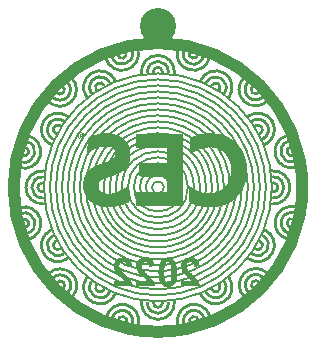
<source format=gbl>
G04*
G04 #@! TF.GenerationSoftware,Altium Limited,Altium Designer,21.7.2 (23)*
G04*
G04 Layer_Physical_Order=2*
G04 Layer_Color=16711680*
%FSLAX25Y25*%
%MOIN*%
G70*
G04*
G04 #@! TF.SameCoordinates,2F9D9F62-0F19-4060-BA45-97F595866B8D*
G04*
G04*
G04 #@! TF.FilePolarity,Positive*
G04*
G01*
G75*
%ADD10C,0.01000*%
%ADD12C,0.12000*%
%ADD13C,0.00800*%
%ADD14C,0.04000*%
G36*
X286726Y385239D02*
X286933D01*
Y385187D01*
X286985D01*
Y385135D01*
X287089D01*
Y385083D01*
X287193D01*
Y385031D01*
X287245D01*
Y384979D01*
X287297D01*
Y384927D01*
X287349D01*
Y384823D01*
X287401D01*
Y384771D01*
X287453D01*
Y384719D01*
X287505D01*
Y384563D01*
X287557D01*
Y384459D01*
X287609D01*
Y383836D01*
X287557D01*
Y383680D01*
X287505D01*
Y383576D01*
X287453D01*
Y383524D01*
X287401D01*
Y383472D01*
X287349D01*
Y383368D01*
X287297D01*
Y383316D01*
X287245D01*
Y383264D01*
X287193D01*
Y383212D01*
X287089D01*
Y383160D01*
X287037D01*
Y383108D01*
X286933D01*
Y383056D01*
X286829D01*
Y383004D01*
X286570D01*
Y382952D01*
X286206D01*
Y383004D01*
X285946D01*
Y383056D01*
X285894D01*
Y383108D01*
X285790D01*
Y383160D01*
X285738D01*
Y383212D01*
X285686D01*
Y383264D01*
X285634D01*
Y383316D01*
X285582D01*
Y383368D01*
X285530D01*
Y383420D01*
X285478D01*
Y383524D01*
X285426D01*
Y383628D01*
X285374D01*
Y383784D01*
X285322D01*
Y384355D01*
X285374D01*
Y384563D01*
X285426D01*
Y384667D01*
X285478D01*
Y384771D01*
X285530D01*
Y384823D01*
X285582D01*
Y384875D01*
X285634D01*
Y384979D01*
X285686D01*
Y385031D01*
X285738D01*
Y385083D01*
X285842D01*
Y385135D01*
X285946D01*
Y385187D01*
X285998D01*
Y385239D01*
X286154D01*
Y385291D01*
X286726D01*
Y385239D01*
D02*
G37*
G36*
X294990Y385031D02*
X295821D01*
Y384979D01*
X296393D01*
Y384927D01*
X296601D01*
Y384875D01*
X297017D01*
Y384823D01*
X297173D01*
Y384771D01*
X297432D01*
Y384719D01*
X297640D01*
Y384667D01*
X297796D01*
Y384615D01*
X298004D01*
Y384563D01*
X298108D01*
Y384511D01*
X298316D01*
Y384459D01*
X298420D01*
Y384407D01*
X298576D01*
Y384355D01*
X298732D01*
Y384303D01*
X298784D01*
Y384252D01*
X298940D01*
Y384200D01*
X299044D01*
Y384148D01*
X299148D01*
Y384096D01*
X299304D01*
Y384044D01*
X299356D01*
Y383992D01*
X299511D01*
Y383940D01*
X299563D01*
Y383888D01*
X299667D01*
Y383836D01*
X299719D01*
Y383784D01*
X299823D01*
Y383732D01*
X299927D01*
Y383680D01*
X299979D01*
Y383628D01*
X300083D01*
Y383576D01*
X300135D01*
Y383524D01*
X300239D01*
Y383472D01*
X300291D01*
Y383420D01*
X300343D01*
Y383368D01*
X300447D01*
Y383316D01*
X300499D01*
Y383264D01*
X300551D01*
Y383212D01*
X300603D01*
Y383160D01*
X300655D01*
Y383108D01*
X300707D01*
Y383056D01*
X300759D01*
Y383004D01*
X300863D01*
Y382952D01*
X300915D01*
Y382900D01*
X300967D01*
Y382848D01*
X301019D01*
Y382796D01*
X301071D01*
Y382692D01*
X301123D01*
Y382640D01*
X301175D01*
Y382588D01*
X301227D01*
Y382536D01*
X301279D01*
Y382484D01*
X301331D01*
Y382381D01*
X301434D01*
Y382277D01*
X301486D01*
Y382224D01*
X301538D01*
Y382121D01*
X301590D01*
Y382069D01*
X301642D01*
Y381965D01*
X301694D01*
Y381913D01*
X301746D01*
Y381861D01*
X301798D01*
Y381757D01*
X301850D01*
Y381653D01*
X301902D01*
Y381601D01*
X301954D01*
Y381497D01*
X302006D01*
Y381445D01*
X302058D01*
Y381289D01*
X302110D01*
Y381237D01*
X302162D01*
Y381133D01*
X302214D01*
Y381029D01*
X302266D01*
Y380925D01*
X302318D01*
Y380769D01*
X302370D01*
Y380717D01*
X302422D01*
Y380509D01*
X302474D01*
Y380353D01*
X302526D01*
Y380250D01*
X302578D01*
Y379990D01*
X302630D01*
Y379834D01*
X302682D01*
Y379522D01*
X302734D01*
Y379210D01*
X302786D01*
Y378586D01*
X302838D01*
Y377495D01*
X302786D01*
Y376819D01*
X302734D01*
Y376455D01*
X302682D01*
Y376040D01*
X302630D01*
Y375884D01*
X302578D01*
Y375572D01*
X302526D01*
Y375468D01*
X302474D01*
Y375260D01*
X302422D01*
Y375104D01*
X302370D01*
Y375000D01*
X302318D01*
Y374792D01*
X302266D01*
Y374740D01*
X302214D01*
Y374584D01*
X302162D01*
Y374480D01*
X302110D01*
Y374428D01*
X302058D01*
Y374272D01*
X302006D01*
Y374220D01*
X301954D01*
Y374116D01*
X301902D01*
Y374012D01*
X301850D01*
Y373960D01*
X301798D01*
Y373857D01*
X301746D01*
Y373805D01*
X301694D01*
Y373701D01*
X301642D01*
Y373649D01*
X301590D01*
Y373597D01*
X301538D01*
Y373545D01*
X301486D01*
Y373493D01*
X301434D01*
Y373389D01*
X301382D01*
Y373337D01*
X301331D01*
Y373285D01*
X301279D01*
Y373233D01*
X301227D01*
Y373181D01*
X301175D01*
Y373129D01*
X301123D01*
Y373077D01*
X301071D01*
Y373025D01*
X301019D01*
Y372973D01*
X300967D01*
Y372921D01*
X300915D01*
Y372869D01*
X300863D01*
Y372817D01*
X300811D01*
Y372765D01*
X300707D01*
Y372713D01*
X300655D01*
Y372661D01*
X300603D01*
Y372609D01*
X300551D01*
Y372557D01*
X300447D01*
Y372505D01*
X300395D01*
Y372453D01*
X300343D01*
Y372401D01*
X300239D01*
Y372349D01*
X300187D01*
Y372297D01*
X300083D01*
Y372245D01*
X300031D01*
Y372193D01*
X299927D01*
Y372141D01*
X299823D01*
Y372089D01*
X299771D01*
Y372037D01*
X299667D01*
Y371985D01*
X299563D01*
Y371934D01*
X299460D01*
Y371882D01*
X299356D01*
Y371830D01*
X299304D01*
Y371778D01*
X299148D01*
Y371726D01*
X299096D01*
Y371674D01*
X298940D01*
Y371622D01*
X298836D01*
Y371570D01*
X298732D01*
Y371518D01*
X298576D01*
Y371466D01*
X298524D01*
Y371414D01*
X298368D01*
Y371362D01*
X298264D01*
Y371310D01*
X298108D01*
Y371258D01*
X297952D01*
Y371206D01*
X297848D01*
Y371154D01*
X297692D01*
Y371102D01*
X297588D01*
Y371050D01*
X297432D01*
Y370998D01*
X297276D01*
Y370946D01*
X297121D01*
Y370894D01*
X296965D01*
Y370842D01*
X296861D01*
Y370790D01*
X296653D01*
Y370738D01*
X296497D01*
Y370686D01*
X296341D01*
Y370634D01*
X296133D01*
Y370582D01*
X296029D01*
Y370530D01*
X295821D01*
Y370478D01*
X295717D01*
Y370426D01*
X295561D01*
Y370374D01*
X295405D01*
Y370322D01*
X295302D01*
Y370270D01*
X295094D01*
Y370218D01*
X294990D01*
Y370166D01*
X294834D01*
Y370114D01*
X294730D01*
Y370062D01*
X294574D01*
Y370010D01*
X294418D01*
Y369958D01*
X294366D01*
Y369906D01*
X294158D01*
Y369854D01*
X294106D01*
Y369802D01*
X293950D01*
Y369750D01*
X293846D01*
Y369699D01*
X293794D01*
Y369647D01*
X293638D01*
Y369595D01*
X293586D01*
Y369543D01*
X293482D01*
Y369491D01*
X293378D01*
Y369439D01*
X293326D01*
Y369387D01*
X293222D01*
Y369335D01*
X293170D01*
Y369283D01*
X293067D01*
Y369231D01*
X293015D01*
Y369179D01*
X292963D01*
Y369127D01*
X292859D01*
Y369023D01*
X292755D01*
Y368919D01*
X292703D01*
Y368867D01*
X292651D01*
Y368815D01*
X292599D01*
Y368711D01*
X292547D01*
Y368659D01*
X292495D01*
Y368555D01*
X292443D01*
Y368451D01*
X292391D01*
Y368347D01*
X292339D01*
Y368087D01*
X292287D01*
Y367879D01*
X292235D01*
Y366996D01*
X292287D01*
Y366788D01*
X292339D01*
Y366528D01*
X292391D01*
Y366424D01*
X292443D01*
Y366320D01*
X292495D01*
Y366216D01*
X292547D01*
Y366112D01*
X292599D01*
Y366060D01*
X292651D01*
Y366008D01*
X292703D01*
Y365904D01*
X292755D01*
Y365852D01*
X292807D01*
Y365800D01*
X292859D01*
Y365748D01*
X292911D01*
Y365697D01*
X292963D01*
Y365645D01*
X293015D01*
Y365593D01*
X293067D01*
Y365541D01*
X293170D01*
Y365489D01*
X293222D01*
Y365437D01*
X293326D01*
Y365385D01*
X293430D01*
Y365333D01*
X293534D01*
Y365281D01*
X293638D01*
Y365229D01*
X293742D01*
Y365177D01*
X293950D01*
Y365125D01*
X294054D01*
Y365073D01*
X294314D01*
Y365021D01*
X294574D01*
Y364969D01*
X294782D01*
Y364917D01*
X295613D01*
Y364865D01*
X296185D01*
Y364917D01*
X296705D01*
Y364969D01*
X296913D01*
Y365021D01*
X297121D01*
Y365073D01*
X297328D01*
Y365125D01*
X297432D01*
Y365177D01*
X297640D01*
Y365229D01*
X297744D01*
Y365281D01*
X297952D01*
Y365333D01*
X298056D01*
Y365385D01*
X298160D01*
Y365437D01*
X298368D01*
Y365489D01*
X298420D01*
Y365541D01*
X298576D01*
Y365593D01*
X298680D01*
Y365645D01*
X298836D01*
Y365697D01*
X298940D01*
Y365748D01*
X299044D01*
Y365800D01*
X299200D01*
Y365852D01*
X299252D01*
Y365904D01*
X299408D01*
Y365956D01*
X299511D01*
Y366008D01*
X299563D01*
Y366060D01*
X299719D01*
Y366112D01*
X299771D01*
Y366164D01*
X299927D01*
Y366216D01*
X300031D01*
Y366268D01*
X300135D01*
Y366320D01*
X300239D01*
Y366372D01*
X300291D01*
Y366424D01*
X300447D01*
Y366476D01*
X300499D01*
Y366528D01*
X300655D01*
Y366580D01*
X300707D01*
Y366632D01*
X300811D01*
Y366684D01*
X300967D01*
Y366736D01*
X301019D01*
Y366788D01*
X301123D01*
Y366840D01*
X301227D01*
Y366892D01*
X301279D01*
Y366944D01*
X301382D01*
Y366996D01*
X301486D01*
Y367048D01*
X301590D01*
Y367100D01*
X301642D01*
Y367152D01*
X301798D01*
Y367204D01*
X301850D01*
Y367256D01*
X301954D01*
Y367308D01*
X302058D01*
Y367360D01*
X302110D01*
Y367412D01*
X302214D01*
Y367464D01*
X302266D01*
Y367516D01*
X302474D01*
Y362110D01*
X302422D01*
Y362058D01*
X302266D01*
Y362006D01*
X302214D01*
Y361954D01*
X302110D01*
Y361902D01*
X302006D01*
Y361850D01*
X301902D01*
Y361798D01*
X301746D01*
Y361746D01*
X301694D01*
Y361694D01*
X301590D01*
Y361642D01*
X301486D01*
Y361590D01*
X301382D01*
Y361539D01*
X301227D01*
Y361487D01*
X301175D01*
Y361435D01*
X300967D01*
Y361383D01*
X300915D01*
Y361331D01*
X300759D01*
Y361279D01*
X300603D01*
Y361227D01*
X300499D01*
Y361175D01*
X300291D01*
Y361123D01*
X300187D01*
Y361071D01*
X299979D01*
Y361019D01*
X299875D01*
Y360967D01*
X299667D01*
Y360915D01*
X299460D01*
Y360863D01*
X299304D01*
Y360811D01*
X298992D01*
Y360759D01*
X298784D01*
Y360707D01*
X298472D01*
Y360655D01*
X298160D01*
Y360603D01*
X297848D01*
Y360551D01*
X297173D01*
Y360499D01*
X296601D01*
Y360447D01*
X294366D01*
Y360499D01*
X293950D01*
Y360551D01*
X293326D01*
Y360603D01*
X293119D01*
Y360655D01*
X292807D01*
Y360707D01*
X292547D01*
Y360759D01*
X292391D01*
Y360811D01*
X292131D01*
Y360863D01*
X292079D01*
Y360915D01*
X291871D01*
Y360967D01*
X291767D01*
Y361019D01*
X291611D01*
Y361071D01*
X291455D01*
Y361123D01*
X291403D01*
Y361175D01*
X291247D01*
Y361227D01*
X291195D01*
Y361279D01*
X291091D01*
Y361331D01*
X290987D01*
Y361383D01*
X290884D01*
Y361435D01*
X290780D01*
Y361487D01*
X290728D01*
Y361539D01*
X290624D01*
Y361590D01*
X290520D01*
Y361642D01*
X290468D01*
Y361694D01*
X290364D01*
Y361746D01*
X290312D01*
Y361798D01*
X290156D01*
Y361850D01*
X290104D01*
Y361902D01*
X290052D01*
Y361954D01*
X289948D01*
Y362006D01*
X289844D01*
Y362058D01*
X289740D01*
Y362110D01*
X289688D01*
Y362162D01*
X289584D01*
Y362214D01*
X289532D01*
Y362266D01*
X289428D01*
Y362318D01*
X289324D01*
Y362370D01*
X289272D01*
Y362422D01*
X289168D01*
Y362474D01*
X289116D01*
Y362526D01*
X289013D01*
Y362578D01*
X288961D01*
Y362630D01*
X288909D01*
Y362682D01*
X288857D01*
Y362734D01*
X288805D01*
Y362786D01*
X288753D01*
Y362838D01*
X288701D01*
Y362942D01*
X288649D01*
Y363046D01*
X288597D01*
Y363202D01*
X288545D01*
Y363254D01*
X288493D01*
Y363358D01*
X288441D01*
Y363410D01*
X288389D01*
Y363513D01*
X288337D01*
Y363617D01*
X288285D01*
Y363669D01*
X288233D01*
Y363773D01*
X288181D01*
Y363825D01*
X288129D01*
Y363929D01*
X288077D01*
Y364033D01*
X288025D01*
Y364085D01*
X287973D01*
Y364189D01*
X287921D01*
Y364241D01*
X287869D01*
Y364345D01*
X287817D01*
Y364449D01*
X287765D01*
Y364553D01*
X287713D01*
Y364709D01*
X287661D01*
Y364761D01*
X287609D01*
Y364917D01*
X287557D01*
Y364969D01*
X287505D01*
Y365125D01*
X287453D01*
Y365333D01*
X287401D01*
Y365385D01*
X287349D01*
Y365645D01*
X287297D01*
Y365800D01*
X287245D01*
Y366164D01*
X287193D01*
Y366528D01*
X287141D01*
Y368503D01*
X287193D01*
Y368971D01*
X287245D01*
Y369335D01*
X287297D01*
Y369543D01*
X287349D01*
Y369854D01*
X287401D01*
Y369958D01*
X287453D01*
Y370166D01*
X287505D01*
Y370322D01*
X287557D01*
Y370426D01*
X287609D01*
Y370634D01*
X287661D01*
Y370738D01*
X287713D01*
Y370894D01*
X287765D01*
Y370998D01*
X287817D01*
Y371050D01*
X287869D01*
Y371206D01*
X287921D01*
Y371258D01*
X287973D01*
Y371414D01*
X288025D01*
Y371466D01*
X288077D01*
Y371570D01*
X288129D01*
Y371622D01*
X288181D01*
Y371726D01*
X288233D01*
Y371778D01*
X288285D01*
Y371882D01*
X288337D01*
Y371934D01*
X288389D01*
Y371985D01*
X288441D01*
Y372089D01*
X288493D01*
Y372141D01*
X288545D01*
Y372193D01*
X288597D01*
Y372245D01*
X288649D01*
Y372297D01*
X288701D01*
Y372401D01*
X288753D01*
Y372453D01*
X288805D01*
Y372505D01*
X288857D01*
Y372557D01*
X288909D01*
Y372609D01*
X288961D01*
Y372661D01*
X289013D01*
Y372713D01*
X289064D01*
Y372765D01*
X289116D01*
Y372817D01*
X289220D01*
Y372869D01*
X289272D01*
Y372921D01*
X289324D01*
Y372973D01*
X289376D01*
Y373025D01*
X289428D01*
Y373077D01*
X289480D01*
Y373129D01*
X289584D01*
Y373181D01*
X289636D01*
Y373233D01*
X289688D01*
Y373285D01*
X289792D01*
Y373337D01*
X289844D01*
Y373389D01*
X289896D01*
Y373441D01*
X290000D01*
Y373493D01*
X290052D01*
Y373545D01*
X290156D01*
Y373597D01*
X290208D01*
Y373649D01*
X290312D01*
Y373701D01*
X290364D01*
Y373753D01*
X290468D01*
Y373805D01*
X290572D01*
Y373857D01*
X290676D01*
Y373908D01*
X290780D01*
Y373960D01*
X290832D01*
Y374012D01*
X290987D01*
Y374064D01*
X291039D01*
Y374116D01*
X291143D01*
Y374168D01*
X291299D01*
Y374220D01*
X291351D01*
Y374272D01*
X291507D01*
Y374324D01*
X291611D01*
Y374376D01*
X291715D01*
Y374428D01*
X291871D01*
Y374480D01*
X291975D01*
Y374532D01*
X292131D01*
Y374584D01*
X292235D01*
Y374636D01*
X292391D01*
Y374688D01*
X292547D01*
Y374740D01*
X292651D01*
Y374792D01*
X292859D01*
Y374844D01*
X292963D01*
Y374896D01*
X293170D01*
Y374948D01*
X293274D01*
Y375000D01*
X293482D01*
Y375052D01*
X293638D01*
Y375104D01*
X293742D01*
Y375156D01*
X294002D01*
Y375208D01*
X294106D01*
Y375260D01*
X294314D01*
Y375312D01*
X294418D01*
Y375364D01*
X294574D01*
Y375416D01*
X294730D01*
Y375468D01*
X294834D01*
Y375520D01*
X295094D01*
Y375572D01*
X295198D01*
Y375624D01*
X295353D01*
Y375676D01*
X295457D01*
Y375728D01*
X295561D01*
Y375780D01*
X295769D01*
Y375832D01*
X295821D01*
Y375884D01*
X295977D01*
Y375936D01*
X296081D01*
Y375988D01*
X296185D01*
Y376040D01*
X296341D01*
Y376092D01*
X296393D01*
Y376143D01*
X296549D01*
Y376195D01*
X296601D01*
Y376247D01*
X296705D01*
Y376299D01*
X296809D01*
Y376351D01*
X296861D01*
Y376403D01*
X296965D01*
Y376507D01*
X297069D01*
Y376559D01*
X297121D01*
Y376611D01*
X297173D01*
Y376663D01*
X297224D01*
Y376715D01*
X297276D01*
Y376767D01*
X297328D01*
Y376819D01*
X297380D01*
Y376871D01*
X297432D01*
Y376975D01*
X297484D01*
Y377027D01*
X297536D01*
Y377131D01*
X297588D01*
Y377235D01*
X297640D01*
Y377287D01*
X297692D01*
Y377443D01*
X297744D01*
Y377599D01*
X297796D01*
Y377807D01*
X297848D01*
Y378534D01*
X297796D01*
Y378794D01*
X297744D01*
Y378898D01*
X297692D01*
Y379106D01*
X297640D01*
Y379158D01*
X297588D01*
Y379314D01*
X297536D01*
Y379366D01*
X297484D01*
Y379470D01*
X297432D01*
Y379522D01*
X297380D01*
Y379626D01*
X297328D01*
Y379678D01*
X297276D01*
Y379730D01*
X297224D01*
Y379782D01*
X297173D01*
Y379834D01*
X297121D01*
Y379886D01*
X297069D01*
Y379938D01*
X297017D01*
Y379990D01*
X296965D01*
Y380042D01*
X296913D01*
Y380094D01*
X296809D01*
Y380146D01*
X296757D01*
Y380198D01*
X296705D01*
Y380250D01*
X296549D01*
Y380301D01*
X296497D01*
Y380353D01*
X296341D01*
Y380405D01*
X296185D01*
Y380457D01*
X296029D01*
Y380509D01*
X295509D01*
Y380561D01*
X293898D01*
Y380509D01*
X293222D01*
Y380457D01*
X292963D01*
Y380405D01*
X292703D01*
Y380353D01*
X292495D01*
Y380301D01*
X292339D01*
Y380250D01*
X292183D01*
Y380198D01*
X292079D01*
Y380146D01*
X291871D01*
Y380094D01*
X291767D01*
Y380042D01*
X291663D01*
Y379990D01*
X291507D01*
Y379938D01*
X291403D01*
Y379886D01*
X291247D01*
Y379834D01*
X291195D01*
Y379782D01*
X291039D01*
Y379730D01*
X290936D01*
Y379678D01*
X290832D01*
Y379626D01*
X290728D01*
Y379574D01*
X290676D01*
Y379522D01*
X290520D01*
Y379470D01*
X290416D01*
Y379418D01*
X290364D01*
Y379366D01*
X290260D01*
Y379314D01*
X290156D01*
Y379262D01*
X290052D01*
Y379210D01*
X290000D01*
Y379158D01*
X289896D01*
Y379106D01*
X289792D01*
Y379054D01*
X289740D01*
Y379002D01*
X289636D01*
Y378950D01*
X289584D01*
Y378898D01*
X289480D01*
Y378846D01*
X289428D01*
Y378794D01*
X289376D01*
Y378742D01*
X289272D01*
Y378690D01*
X289220D01*
Y378638D01*
X289116D01*
Y378586D01*
X289064D01*
Y378534D01*
X289013D01*
Y378482D01*
X288909D01*
Y378430D01*
X288857D01*
Y378378D01*
X288753D01*
Y378326D01*
X288701D01*
Y378274D01*
X288545D01*
Y378742D01*
X288493D01*
Y380665D01*
X288545D01*
Y383316D01*
X288597D01*
Y383368D01*
X288649D01*
Y383420D01*
X288701D01*
Y383472D01*
X288805D01*
Y383524D01*
X288961D01*
Y383576D01*
X289013D01*
Y383628D01*
X289168D01*
Y383680D01*
X289220D01*
Y383732D01*
X289376D01*
Y383784D01*
X289428D01*
Y383836D01*
X289532D01*
Y383888D01*
X289688D01*
Y383940D01*
X289792D01*
Y383992D01*
X289948D01*
Y384044D01*
X290000D01*
Y384096D01*
X290104D01*
Y384148D01*
X290260D01*
Y384200D01*
X290364D01*
Y384252D01*
X290520D01*
Y384303D01*
X290624D01*
Y384355D01*
X290832D01*
Y384407D01*
X290936D01*
Y384459D01*
X291091D01*
Y384511D01*
X291299D01*
Y384563D01*
X291403D01*
Y384615D01*
X291663D01*
Y384667D01*
X291819D01*
Y384719D01*
X292027D01*
Y384771D01*
X292287D01*
Y384823D01*
X292495D01*
Y384875D01*
X292859D01*
Y384927D01*
X293119D01*
Y384979D01*
X293638D01*
Y385031D01*
X294418D01*
Y385083D01*
X294990D01*
Y385031D01*
D02*
G37*
G36*
X304657Y361383D02*
Y360967D01*
X304709D01*
Y360915D01*
X304761D01*
Y360863D01*
X304865D01*
Y360915D01*
X304969D01*
Y360863D01*
X309439D01*
Y360811D01*
X316559D01*
Y360759D01*
X318274D01*
Y360707D01*
X320250D01*
Y360655D01*
X320302D01*
Y360707D01*
X320405D01*
Y373805D01*
X320353D01*
Y380717D01*
X320302D01*
Y382381D01*
X320250D01*
Y383836D01*
X320198D01*
Y384719D01*
X320094D01*
Y384771D01*
X310322D01*
Y384719D01*
X304865D01*
Y384667D01*
X304813D01*
Y380146D01*
X304865D01*
Y380094D01*
X310062D01*
Y380146D01*
X315052D01*
Y375052D01*
X315000D01*
Y375000D01*
X314844D01*
Y375052D01*
X314740D01*
Y375000D01*
X306008D01*
Y375052D01*
X305904D01*
Y375000D01*
X305697D01*
Y374064D01*
X305748D01*
Y371778D01*
X305800D01*
Y370634D01*
X305904D01*
Y370582D01*
X305956D01*
Y370634D01*
X306320D01*
Y370582D01*
X311154D01*
Y370530D01*
X315052D01*
Y365437D01*
X310634D01*
Y365385D01*
X304709D01*
Y365281D01*
X304657D01*
Y361435D01*
Y361383D01*
D02*
G37*
G36*
X335270Y368451D02*
Y368347D01*
X335218D01*
Y368243D01*
X335166D01*
Y368191D01*
X335114D01*
Y368087D01*
X335062D01*
Y368035D01*
X335010D01*
Y367931D01*
X334958D01*
Y367879D01*
X334906D01*
Y367776D01*
X334855D01*
Y367723D01*
X334803D01*
Y367671D01*
X334751D01*
Y367568D01*
X334699D01*
Y367516D01*
X334647D01*
Y367464D01*
X334595D01*
Y367412D01*
X334543D01*
Y367360D01*
X334491D01*
Y367256D01*
X334439D01*
Y367204D01*
X334387D01*
Y367152D01*
X334335D01*
Y367100D01*
X334283D01*
Y367048D01*
X334231D01*
Y366996D01*
X334179D01*
Y366944D01*
X334127D01*
Y366892D01*
X334075D01*
Y366840D01*
X334023D01*
Y366788D01*
X333919D01*
Y366736D01*
X333867D01*
Y366684D01*
X333815D01*
Y366632D01*
X333763D01*
Y366580D01*
X333711D01*
Y366528D01*
X333607D01*
Y366476D01*
X333555D01*
Y366424D01*
X333503D01*
Y366372D01*
X333451D01*
Y366320D01*
X333347D01*
Y366268D01*
X333243D01*
Y366216D01*
X333191D01*
Y366164D01*
X333087D01*
Y366112D01*
X333035D01*
Y366060D01*
X332931D01*
Y366008D01*
X332827D01*
Y365956D01*
X332775D01*
Y365904D01*
X332620D01*
Y365852D01*
X332568D01*
Y365800D01*
X332412D01*
Y365748D01*
X332360D01*
Y365697D01*
X332204D01*
Y365645D01*
X332048D01*
Y365593D01*
X331996D01*
Y365541D01*
X331788D01*
Y365489D01*
X331684D01*
Y365437D01*
X331476D01*
Y365385D01*
X331320D01*
Y365333D01*
X331164D01*
Y365281D01*
X330852D01*
Y365229D01*
X330644D01*
Y365177D01*
X330177D01*
Y365125D01*
X329813D01*
Y365073D01*
X328150D01*
Y365125D01*
X327786D01*
Y365177D01*
X327266D01*
Y365229D01*
X327110D01*
Y365281D01*
X326746D01*
Y365333D01*
X326590D01*
Y365385D01*
X326434D01*
Y365437D01*
X326175D01*
Y365489D01*
X326071D01*
Y365541D01*
X325863D01*
Y365593D01*
X325759D01*
Y365645D01*
X325603D01*
Y365697D01*
X325447D01*
Y365748D01*
X325343D01*
Y365800D01*
X325187D01*
Y365852D01*
X325135D01*
Y365904D01*
X324979D01*
Y365956D01*
X324875D01*
Y366008D01*
X324771D01*
Y366060D01*
X324667D01*
Y366112D01*
X324615D01*
Y366164D01*
X324460D01*
Y366216D01*
X324408D01*
Y366268D01*
X324304D01*
Y366320D01*
X324200D01*
Y366372D01*
X324148D01*
Y366424D01*
X324044D01*
Y366476D01*
X323940D01*
Y366528D01*
X323836D01*
Y366580D01*
X323784D01*
Y366632D01*
X323732D01*
Y366684D01*
X323628D01*
Y366736D01*
X323576D01*
Y366788D01*
X323472D01*
Y366840D01*
X323420D01*
Y366892D01*
X323316D01*
Y366944D01*
X323212D01*
Y366996D01*
X323160D01*
Y367048D01*
X323056D01*
Y367100D01*
X323004D01*
Y367152D01*
X322900D01*
Y367204D01*
X322848D01*
Y367256D01*
X322796D01*
Y367308D01*
X322692D01*
Y367360D01*
X322640D01*
Y367412D01*
X322484D01*
Y367360D01*
X322432D01*
Y362942D01*
X322484D01*
Y362058D01*
X322536D01*
Y362006D01*
X322588D01*
Y361954D01*
X322692D01*
Y361902D01*
X322796D01*
Y361850D01*
X322900D01*
Y361798D01*
X323056D01*
Y361746D01*
X323108D01*
Y361694D01*
X323264D01*
Y361642D01*
X323316D01*
Y361590D01*
X323420D01*
Y361539D01*
X323576D01*
Y361487D01*
X323628D01*
Y361435D01*
X323836D01*
Y361383D01*
X323888D01*
Y361331D01*
X324044D01*
Y361279D01*
X324200D01*
Y361227D01*
X324304D01*
Y361175D01*
X324460D01*
Y361123D01*
X324563D01*
Y361071D01*
X324771D01*
Y361019D01*
X324875D01*
Y360967D01*
X325031D01*
Y360915D01*
X325239D01*
Y360863D01*
X325395D01*
Y360811D01*
X325603D01*
Y360759D01*
X325759D01*
Y360707D01*
X326019D01*
Y360655D01*
X326279D01*
Y360603D01*
X326486D01*
Y360551D01*
X327006D01*
Y360499D01*
X327266D01*
Y360447D01*
X328150D01*
Y360395D01*
X330385D01*
Y360447D01*
X331164D01*
Y360499D01*
X331528D01*
Y360551D01*
X331996D01*
Y360603D01*
X332256D01*
Y360655D01*
X332568D01*
Y360707D01*
X332879D01*
Y360759D01*
X333035D01*
Y360811D01*
X333295D01*
Y360863D01*
X333451D01*
Y360915D01*
X333659D01*
Y360967D01*
X333815D01*
Y361019D01*
X333919D01*
Y361071D01*
X334179D01*
Y361123D01*
X334231D01*
Y361175D01*
X334439D01*
Y361227D01*
X334543D01*
Y361279D01*
X334699D01*
Y361331D01*
X334803D01*
Y361383D01*
X334906D01*
Y361435D01*
X335062D01*
Y361487D01*
X335114D01*
Y361539D01*
X335270D01*
Y361590D01*
X335374D01*
Y361642D01*
X335478D01*
Y361694D01*
X335582D01*
Y361746D01*
X335634D01*
Y361798D01*
X335790D01*
Y361850D01*
X335842D01*
Y361902D01*
X335946D01*
Y361954D01*
X336050D01*
Y362006D01*
X336154D01*
Y362058D01*
X336258D01*
Y362110D01*
X336310D01*
Y362162D01*
X336414D01*
Y362214D01*
X336466D01*
Y362266D01*
X336570D01*
Y362318D01*
X336622D01*
Y362370D01*
X336674D01*
Y362422D01*
X336777D01*
Y362474D01*
X336829D01*
Y362526D01*
X336933D01*
Y362578D01*
X336985D01*
Y362630D01*
X337037D01*
Y362682D01*
X337141D01*
Y362734D01*
X337193D01*
Y362786D01*
X337297D01*
Y362838D01*
X337349D01*
Y362890D01*
X337401D01*
Y362942D01*
X337453D01*
Y362994D01*
X337505D01*
Y363046D01*
X337609D01*
Y363098D01*
X337661D01*
Y363150D01*
X337713D01*
Y363202D01*
X337765D01*
Y363254D01*
X337817D01*
Y363306D01*
X337869D01*
Y363358D01*
X337921D01*
Y363410D01*
X338025D01*
Y363461D01*
X338077D01*
Y363513D01*
X338129D01*
Y363565D01*
X338181D01*
Y363617D01*
X338233D01*
Y363669D01*
X338285D01*
Y363721D01*
X338337D01*
Y363773D01*
X338389D01*
Y363825D01*
X338441D01*
Y363877D01*
X338493D01*
Y363981D01*
X338545D01*
Y364033D01*
X338597D01*
Y364085D01*
X338649D01*
Y364137D01*
X338701D01*
Y364189D01*
X338753D01*
Y364241D01*
X338805D01*
Y364293D01*
X338857D01*
Y364397D01*
X338909D01*
Y364449D01*
X338961D01*
Y364501D01*
X339013D01*
Y364553D01*
X339064D01*
Y364605D01*
X339116D01*
Y364709D01*
X339168D01*
Y364761D01*
X339220D01*
Y364813D01*
X339272D01*
Y364917D01*
X339324D01*
Y364969D01*
X339376D01*
Y365021D01*
X339428D01*
Y365073D01*
X339480D01*
Y365177D01*
X339532D01*
Y365229D01*
X339584D01*
Y365333D01*
X339636D01*
Y365437D01*
X339688D01*
Y365489D01*
X339740D01*
Y365593D01*
X339792D01*
Y365645D01*
X339844D01*
Y365748D01*
X339896D01*
Y365800D01*
X339948D01*
Y365904D01*
X340000D01*
Y366008D01*
X340052D01*
Y366060D01*
X340104D01*
Y366216D01*
X340156D01*
Y366268D01*
X340208D01*
Y366372D01*
X340260D01*
Y366476D01*
X340312D01*
Y366580D01*
X340364D01*
Y366684D01*
X340416D01*
Y366736D01*
X340468D01*
Y366892D01*
X340520D01*
Y366996D01*
X340572D01*
Y367152D01*
X340624D01*
Y367256D01*
X340676D01*
Y367360D01*
X340728D01*
Y367516D01*
X340780D01*
Y367619D01*
X340832D01*
Y367776D01*
X340884D01*
Y367879D01*
X340936D01*
Y367983D01*
X340987D01*
Y368191D01*
X341039D01*
Y368295D01*
X341091D01*
Y368503D01*
X341143D01*
Y368659D01*
X341195D01*
Y368867D01*
X341247D01*
Y369075D01*
X341299D01*
Y369231D01*
X341351D01*
Y369491D01*
X341403D01*
Y369647D01*
X341455D01*
Y369958D01*
X341507D01*
Y370270D01*
X341559D01*
Y370530D01*
X341611D01*
Y371050D01*
X341663D01*
Y371414D01*
X341715D01*
Y373908D01*
X341663D01*
Y374272D01*
X341611D01*
Y374844D01*
X341559D01*
Y375052D01*
X341507D01*
Y375364D01*
X341455D01*
Y375676D01*
X341403D01*
Y375832D01*
X341351D01*
Y376143D01*
X341299D01*
Y376299D01*
X341247D01*
Y376507D01*
X341195D01*
Y376663D01*
X341143D01*
Y376819D01*
X341091D01*
Y377027D01*
X341039D01*
Y377131D01*
X340987D01*
Y377339D01*
X340936D01*
Y377443D01*
X340884D01*
Y377599D01*
X340832D01*
Y377755D01*
X340780D01*
Y377859D01*
X340728D01*
Y378015D01*
X340676D01*
Y378118D01*
X340624D01*
Y378222D01*
X340572D01*
Y378326D01*
X340520D01*
Y378430D01*
X340468D01*
Y378586D01*
X340416D01*
Y378638D01*
X340364D01*
Y378794D01*
X340312D01*
Y378898D01*
X340260D01*
Y379002D01*
X340208D01*
Y379106D01*
X340156D01*
Y379158D01*
X340104D01*
Y379262D01*
X340052D01*
Y379314D01*
X340000D01*
Y379418D01*
X339948D01*
Y379522D01*
X339896D01*
Y379626D01*
X339844D01*
Y379730D01*
X339792D01*
Y379782D01*
X339740D01*
Y379886D01*
X339688D01*
Y379938D01*
X339636D01*
Y379990D01*
X339584D01*
Y380094D01*
X339532D01*
Y380146D01*
X339480D01*
Y380250D01*
X339428D01*
Y380301D01*
X339376D01*
Y380405D01*
X339324D01*
Y380457D01*
X339272D01*
Y380509D01*
X339220D01*
Y380613D01*
X339168D01*
Y380665D01*
X339116D01*
Y380717D01*
X339064D01*
Y380769D01*
X339013D01*
Y380821D01*
X338961D01*
Y380925D01*
X338909D01*
Y380977D01*
X338857D01*
Y381029D01*
X338805D01*
Y381081D01*
X338753D01*
Y381185D01*
X338701D01*
Y381237D01*
X338649D01*
Y381289D01*
X338597D01*
Y381341D01*
X338545D01*
Y381393D01*
X338493D01*
Y381445D01*
X338441D01*
Y381497D01*
X338389D01*
Y381549D01*
X338337D01*
Y381601D01*
X338285D01*
Y381653D01*
X338233D01*
Y381705D01*
X338181D01*
Y381757D01*
X338129D01*
Y381809D01*
X338077D01*
Y381861D01*
X338025D01*
Y381913D01*
X337973D01*
Y381965D01*
X337921D01*
Y382017D01*
X337869D01*
Y382069D01*
X337817D01*
Y382121D01*
X337713D01*
Y382224D01*
X337609D01*
Y382277D01*
X337557D01*
Y382329D01*
X337505D01*
Y382381D01*
X337401D01*
Y382432D01*
X337349D01*
Y382484D01*
X337297D01*
Y382536D01*
X337245D01*
Y382588D01*
X337193D01*
Y382640D01*
X337089D01*
Y382692D01*
X337037D01*
Y382744D01*
X336933D01*
Y382796D01*
X336881D01*
Y382848D01*
X336829D01*
Y382900D01*
X336726D01*
Y382952D01*
X336674D01*
Y383004D01*
X336570D01*
Y383056D01*
X336518D01*
Y383108D01*
X336414D01*
Y383160D01*
X336362D01*
Y383212D01*
X336258D01*
Y383264D01*
X336154D01*
Y383316D01*
X336102D01*
Y383368D01*
X335998D01*
Y383420D01*
X335894D01*
Y383472D01*
X335790D01*
Y383524D01*
X335686D01*
Y383576D01*
X335634D01*
Y383628D01*
X335530D01*
Y383680D01*
X335426D01*
Y383732D01*
X335270D01*
Y383784D01*
X335166D01*
Y383836D01*
X335114D01*
Y383888D01*
X334958D01*
Y383940D01*
X334906D01*
Y383992D01*
X334751D01*
Y384044D01*
X334647D01*
Y384096D01*
X334491D01*
Y384148D01*
X334335D01*
Y384200D01*
X334283D01*
Y384252D01*
X334075D01*
Y384303D01*
X333971D01*
Y384355D01*
X333763D01*
Y384407D01*
X333659D01*
Y384459D01*
X333503D01*
Y384511D01*
X333295D01*
Y384563D01*
X333191D01*
Y384615D01*
X332931D01*
Y384667D01*
X332775D01*
Y384719D01*
X332516D01*
Y384771D01*
X332204D01*
Y384823D01*
X331944D01*
Y384875D01*
X331320D01*
Y384927D01*
X330748D01*
Y384979D01*
X328046D01*
Y384927D01*
X327474D01*
Y384875D01*
X326746D01*
Y384823D01*
X326486D01*
Y384771D01*
X326175D01*
Y384719D01*
X325915D01*
Y384667D01*
X325759D01*
Y384615D01*
X325447D01*
Y384563D01*
X325343D01*
Y384511D01*
X325135D01*
Y384459D01*
X324979D01*
Y384407D01*
X324823D01*
Y384355D01*
X324667D01*
Y384303D01*
X324563D01*
Y384252D01*
X324408D01*
Y384200D01*
X324304D01*
Y384148D01*
X324148D01*
Y384096D01*
X324044D01*
Y384044D01*
X323992D01*
Y383992D01*
X323836D01*
Y383940D01*
X323732D01*
Y383888D01*
X323628D01*
Y383836D01*
X323524D01*
Y383784D01*
X323420D01*
Y383732D01*
X323264D01*
Y383680D01*
X323212D01*
Y383628D01*
X323056D01*
Y383576D01*
X322952D01*
Y383524D01*
X322900D01*
Y383472D01*
X322848D01*
Y382017D01*
X322796D01*
Y378222D01*
X322848D01*
Y378015D01*
X323056D01*
Y378066D01*
X323108D01*
Y378118D01*
X323212D01*
Y378170D01*
X323264D01*
Y378222D01*
X323316D01*
Y378274D01*
X323420D01*
Y378326D01*
X323472D01*
Y378378D01*
X323524D01*
Y378430D01*
X323628D01*
Y378482D01*
X323680D01*
Y378534D01*
X323784D01*
Y378586D01*
X323836D01*
Y378638D01*
X323940D01*
Y378690D01*
X323992D01*
Y378742D01*
X324044D01*
Y378794D01*
X324148D01*
Y378846D01*
X324200D01*
Y378898D01*
X324304D01*
Y378950D01*
X324356D01*
Y379002D01*
X324460D01*
Y379054D01*
X324511D01*
Y379106D01*
X324615D01*
Y379158D01*
X324719D01*
Y379210D01*
X324771D01*
Y379262D01*
X324927D01*
Y379314D01*
X324979D01*
Y379366D01*
X325135D01*
Y379418D01*
X325239D01*
Y379470D01*
X325291D01*
Y379522D01*
X325447D01*
Y379574D01*
X325551D01*
Y379626D01*
X325707D01*
Y379678D01*
X325811D01*
Y379730D01*
X325967D01*
Y379782D01*
X326123D01*
Y379834D01*
X326227D01*
Y379886D01*
X326486D01*
Y379938D01*
X326590D01*
Y379990D01*
X326850D01*
Y380042D01*
X327006D01*
Y380094D01*
X327214D01*
Y380146D01*
X327578D01*
Y380198D01*
X327838D01*
Y380250D01*
X328618D01*
Y380301D01*
X329969D01*
Y380250D01*
X330697D01*
Y380198D01*
X330904D01*
Y380146D01*
X331216D01*
Y380094D01*
X331424D01*
Y380042D01*
X331580D01*
Y379990D01*
X331788D01*
Y379938D01*
X331892D01*
Y379886D01*
X332100D01*
Y379834D01*
X332152D01*
Y379782D01*
X332308D01*
Y379730D01*
X332412D01*
Y379678D01*
X332516D01*
Y379626D01*
X332620D01*
Y379574D01*
X332723D01*
Y379522D01*
X332827D01*
Y379470D01*
X332879D01*
Y379418D01*
X332931D01*
Y379366D01*
X333087D01*
Y379314D01*
X333139D01*
Y379262D01*
X333191D01*
Y379210D01*
X333243D01*
Y379158D01*
X333347D01*
Y379106D01*
X333399D01*
Y379054D01*
X333451D01*
Y379002D01*
X333555D01*
Y378950D01*
X333607D01*
Y378898D01*
X333659D01*
Y378846D01*
X333763D01*
Y378794D01*
X333815D01*
Y378742D01*
X333867D01*
Y378690D01*
X333919D01*
Y378638D01*
X333971D01*
Y378586D01*
X334023D01*
Y378534D01*
X334075D01*
Y378482D01*
X334127D01*
Y378430D01*
X334179D01*
Y378378D01*
X334231D01*
Y378326D01*
X334283D01*
Y378274D01*
X334335D01*
Y378222D01*
X334387D01*
Y378170D01*
X334439D01*
Y378118D01*
X334491D01*
Y378066D01*
X334543D01*
Y378015D01*
X334595D01*
Y377911D01*
X334647D01*
Y377859D01*
X334699D01*
Y377807D01*
X334751D01*
Y377703D01*
X334803D01*
Y377651D01*
X334855D01*
Y377599D01*
X334906D01*
Y377547D01*
X334958D01*
Y377443D01*
X335010D01*
Y377339D01*
X335062D01*
Y377287D01*
X335114D01*
Y377183D01*
X335166D01*
Y377131D01*
X335218D01*
Y377027D01*
X335270D01*
Y376923D01*
X335322D01*
Y376871D01*
X335374D01*
Y376767D01*
X335426D01*
Y376663D01*
X335478D01*
Y376559D01*
X335530D01*
Y376455D01*
X335582D01*
Y376351D01*
X335634D01*
Y376195D01*
X335686D01*
Y376143D01*
X335738D01*
Y375988D01*
X335790D01*
Y375884D01*
X335842D01*
Y375728D01*
X335894D01*
Y375572D01*
X335946D01*
Y375416D01*
X335998D01*
Y375208D01*
X336050D01*
Y375104D01*
X336102D01*
Y374844D01*
X336154D01*
Y374636D01*
X336206D01*
Y374376D01*
X336258D01*
Y374012D01*
X336310D01*
Y373649D01*
X336362D01*
Y371622D01*
X336310D01*
Y371414D01*
X336258D01*
Y370998D01*
X336206D01*
Y370738D01*
X336154D01*
Y370530D01*
X336102D01*
Y370270D01*
X336050D01*
Y370166D01*
X335998D01*
Y369958D01*
X335946D01*
Y369802D01*
X335894D01*
Y369647D01*
X335842D01*
Y369491D01*
X335790D01*
Y369439D01*
X335738D01*
Y369231D01*
X335686D01*
Y369179D01*
X335634D01*
Y369023D01*
X335582D01*
Y368919D01*
X335530D01*
Y368815D01*
X335478D01*
Y368711D01*
X335426D01*
Y368607D01*
X335374D01*
Y368503D01*
X335322D01*
Y368451D01*
X335270D01*
D02*
G37*
G36*
X322964Y343627D02*
X323186Y343613D01*
X323616Y343544D01*
X323977Y343433D01*
X324143Y343377D01*
X324296Y343308D01*
X324435Y343252D01*
X324546Y343183D01*
X324657Y343127D01*
X324740Y343086D01*
X324810Y343030D01*
X324851Y343002D01*
X324879Y342989D01*
X324893Y342975D01*
X325046Y342836D01*
X325184Y342697D01*
X325309Y342530D01*
X325420Y342350D01*
X325587Y341989D01*
X325726Y341642D01*
X325767Y341462D01*
X325809Y341309D01*
X325851Y341170D01*
X325865Y341045D01*
X325892Y340934D01*
Y340865D01*
X325906Y340809D01*
Y340795D01*
X324074Y340615D01*
X324046Y340893D01*
X323991Y341129D01*
X323935Y341337D01*
X323866Y341490D01*
X323810Y341614D01*
X323755Y341698D01*
X323713Y341753D01*
X323699Y341767D01*
X323561Y341878D01*
X323408Y341961D01*
X323255Y342031D01*
X323102Y342073D01*
X322977Y342100D01*
X322867Y342114D01*
X322769D01*
X322561Y342100D01*
X322381Y342059D01*
X322228Y342003D01*
X322089Y341948D01*
X321992Y341892D01*
X321909Y341837D01*
X321867Y341795D01*
X321853Y341781D01*
X321742Y341642D01*
X321659Y341490D01*
X321603Y341337D01*
X321562Y341184D01*
X321534Y341045D01*
X321520Y340920D01*
Y340851D01*
Y340837D01*
Y340823D01*
X321534Y340615D01*
X321576Y340421D01*
X321645Y340226D01*
X321714Y340060D01*
X321784Y339907D01*
X321853Y339796D01*
X321895Y339727D01*
X321909Y339699D01*
X321964Y339616D01*
X322047Y339519D01*
X322159Y339394D01*
X322270Y339283D01*
X322519Y339019D01*
X322769Y338755D01*
X323019Y338505D01*
X323130Y338394D01*
X323241Y338311D01*
X323324Y338228D01*
X323380Y338172D01*
X323422Y338131D01*
X323435Y338117D01*
X323713Y337853D01*
X323963Y337603D01*
X324199Y337367D01*
X324407Y337159D01*
X324602Y336951D01*
X324768Y336756D01*
X324921Y336590D01*
X325046Y336423D01*
X325157Y336284D01*
X325254Y336160D01*
X325337Y336062D01*
X325393Y335965D01*
X325448Y335910D01*
X325476Y335854D01*
X325504Y335826D01*
Y335813D01*
X325684Y335493D01*
X325823Y335160D01*
X325934Y334855D01*
X326017Y334577D01*
X326073Y334327D01*
X326087Y334230D01*
X326100Y334147D01*
X326114Y334078D01*
X326128Y334022D01*
Y333994D01*
Y333980D01*
X319674D01*
Y335688D01*
X323338D01*
X323227Y335868D01*
X323102Y336021D01*
X323047Y336090D01*
X323005Y336146D01*
X322977Y336174D01*
X322964Y336187D01*
X322908Y336243D01*
X322853Y336312D01*
X322686Y336465D01*
X322506Y336645D01*
X322325Y336826D01*
X322145Y336992D01*
X321992Y337131D01*
X321936Y337187D01*
X321895Y337228D01*
X321867Y337242D01*
X321853Y337256D01*
X321548Y337548D01*
X321298Y337784D01*
X321090Y338006D01*
X320923Y338172D01*
X320798Y338311D01*
X320715Y338408D01*
X320659Y338478D01*
X320646Y338491D01*
X320465Y338727D01*
X320312Y338949D01*
X320188Y339158D01*
X320091Y339338D01*
X320007Y339491D01*
X319952Y339616D01*
X319924Y339685D01*
X319910Y339713D01*
X319827Y339935D01*
X319771Y340157D01*
X319730Y340365D01*
X319702Y340560D01*
X319688Y340712D01*
X319674Y340837D01*
Y340920D01*
Y340948D01*
X319688Y341156D01*
X319716Y341365D01*
X319743Y341559D01*
X319799Y341739D01*
X319938Y342059D01*
X320077Y342336D01*
X320160Y342461D01*
X320229Y342558D01*
X320299Y342655D01*
X320368Y342725D01*
X320424Y342780D01*
X320451Y342836D01*
X320479Y342850D01*
X320493Y342864D01*
X320646Y343002D01*
X320826Y343127D01*
X320993Y343225D01*
X321187Y343308D01*
X321548Y343447D01*
X321909Y343544D01*
X322075Y343571D01*
X322228Y343599D01*
X322367Y343613D01*
X322492Y343627D01*
X322589Y343641D01*
X322728D01*
X322964Y343627D01*
D02*
G37*
G36*
X308029D02*
X308251Y343613D01*
X308681Y343544D01*
X309042Y343433D01*
X309208Y343377D01*
X309361Y343308D01*
X309500Y343252D01*
X309611Y343183D01*
X309722Y343127D01*
X309805Y343086D01*
X309875Y343030D01*
X309916Y343002D01*
X309944Y342989D01*
X309958Y342975D01*
X310111Y342836D01*
X310249Y342697D01*
X310374Y342530D01*
X310486Y342350D01*
X310652Y341989D01*
X310791Y341642D01*
X310833Y341462D01*
X310874Y341309D01*
X310916Y341170D01*
X310930Y341045D01*
X310957Y340934D01*
Y340865D01*
X310971Y340809D01*
Y340795D01*
X309139Y340615D01*
X309111Y340893D01*
X309056Y341129D01*
X309000Y341337D01*
X308931Y341490D01*
X308875Y341614D01*
X308820Y341698D01*
X308778Y341753D01*
X308764Y341767D01*
X308626Y341878D01*
X308473Y341961D01*
X308320Y342031D01*
X308168Y342073D01*
X308043Y342100D01*
X307932Y342114D01*
X307834D01*
X307626Y342100D01*
X307446Y342059D01*
X307293Y342003D01*
X307154Y341948D01*
X307057Y341892D01*
X306974Y341837D01*
X306932Y341795D01*
X306918Y341781D01*
X306807Y341642D01*
X306724Y341490D01*
X306668Y341337D01*
X306627Y341184D01*
X306599Y341045D01*
X306585Y340920D01*
Y340851D01*
Y340837D01*
Y340823D01*
X306599Y340615D01*
X306641Y340421D01*
X306710Y340226D01*
X306780Y340060D01*
X306849Y339907D01*
X306918Y339796D01*
X306960Y339727D01*
X306974Y339699D01*
X307029Y339616D01*
X307113Y339519D01*
X307224Y339394D01*
X307335Y339283D01*
X307585Y339019D01*
X307834Y338755D01*
X308084Y338505D01*
X308195Y338394D01*
X308306Y338311D01*
X308390Y338228D01*
X308445Y338172D01*
X308487Y338131D01*
X308501Y338117D01*
X308778Y337853D01*
X309028Y337603D01*
X309264Y337367D01*
X309472Y337159D01*
X309667Y336951D01*
X309833Y336756D01*
X309986Y336590D01*
X310111Y336423D01*
X310222Y336284D01*
X310319Y336160D01*
X310402Y336062D01*
X310458Y335965D01*
X310513Y335910D01*
X310541Y335854D01*
X310569Y335826D01*
Y335813D01*
X310749Y335493D01*
X310888Y335160D01*
X310999Y334855D01*
X311082Y334577D01*
X311138Y334327D01*
X311152Y334230D01*
X311166Y334147D01*
X311179Y334078D01*
X311193Y334022D01*
Y333994D01*
Y333980D01*
X304739D01*
Y335688D01*
X308403D01*
X308293Y335868D01*
X308168Y336021D01*
X308112Y336090D01*
X308070Y336146D01*
X308043Y336174D01*
X308029Y336187D01*
X307973Y336243D01*
X307918Y336312D01*
X307751Y336465D01*
X307571Y336645D01*
X307390Y336826D01*
X307210Y336992D01*
X307057Y337131D01*
X307002Y337187D01*
X306960Y337228D01*
X306932Y337242D01*
X306918Y337256D01*
X306613Y337548D01*
X306363Y337784D01*
X306155Y338006D01*
X305988Y338172D01*
X305863Y338311D01*
X305780Y338408D01*
X305725Y338478D01*
X305711Y338491D01*
X305530Y338727D01*
X305378Y338949D01*
X305253Y339158D01*
X305156Y339338D01*
X305072Y339491D01*
X305017Y339616D01*
X304989Y339685D01*
X304975Y339713D01*
X304892Y339935D01*
X304836Y340157D01*
X304795Y340365D01*
X304767Y340560D01*
X304753Y340712D01*
X304739Y340837D01*
Y340920D01*
Y340948D01*
X304753Y341156D01*
X304781Y341365D01*
X304809Y341559D01*
X304864Y341739D01*
X305003Y342059D01*
X305142Y342336D01*
X305225Y342461D01*
X305294Y342558D01*
X305364Y342655D01*
X305433Y342725D01*
X305489Y342780D01*
X305517Y342836D01*
X305544Y342850D01*
X305558Y342864D01*
X305711Y343002D01*
X305891Y343127D01*
X306058Y343225D01*
X306252Y343308D01*
X306613Y343447D01*
X306974Y343544D01*
X307140Y343571D01*
X307293Y343599D01*
X307432Y343613D01*
X307557Y343627D01*
X307654Y343641D01*
X307793D01*
X308029Y343627D01*
D02*
G37*
G36*
X300561D02*
X300783Y343613D01*
X301214Y343544D01*
X301574Y343433D01*
X301741Y343377D01*
X301894Y343308D01*
X302033Y343252D01*
X302144Y343183D01*
X302255Y343127D01*
X302338Y343086D01*
X302407Y343030D01*
X302449Y343002D01*
X302477Y342989D01*
X302491Y342975D01*
X302643Y342836D01*
X302782Y342697D01*
X302907Y342530D01*
X303018Y342350D01*
X303185Y341989D01*
X303323Y341642D01*
X303365Y341462D01*
X303407Y341309D01*
X303448Y341170D01*
X303462Y341045D01*
X303490Y340934D01*
Y340865D01*
X303504Y340809D01*
Y340795D01*
X301672Y340615D01*
X301644Y340893D01*
X301588Y341129D01*
X301533Y341337D01*
X301464Y341490D01*
X301408Y341614D01*
X301353Y341698D01*
X301311Y341753D01*
X301297Y341767D01*
X301158Y341878D01*
X301006Y341961D01*
X300853Y342031D01*
X300700Y342073D01*
X300575Y342100D01*
X300464Y342114D01*
X300367D01*
X300159Y342100D01*
X299978Y342059D01*
X299826Y342003D01*
X299687Y341948D01*
X299590Y341892D01*
X299506Y341837D01*
X299465Y341795D01*
X299451Y341781D01*
X299340Y341642D01*
X299257Y341490D01*
X299201Y341337D01*
X299159Y341184D01*
X299132Y341045D01*
X299118Y340920D01*
Y340851D01*
Y340837D01*
Y340823D01*
X299132Y340615D01*
X299173Y340421D01*
X299243Y340226D01*
X299312Y340060D01*
X299381Y339907D01*
X299451Y339796D01*
X299493Y339727D01*
X299506Y339699D01*
X299562Y339616D01*
X299645Y339519D01*
X299756Y339394D01*
X299867Y339283D01*
X300117Y339019D01*
X300367Y338755D01*
X300617Y338505D01*
X300728Y338394D01*
X300839Y338311D01*
X300922Y338228D01*
X300978Y338172D01*
X301019Y338131D01*
X301033Y338117D01*
X301311Y337853D01*
X301561Y337603D01*
X301797Y337367D01*
X302005Y337159D01*
X302199Y336951D01*
X302366Y336756D01*
X302518Y336590D01*
X302643Y336423D01*
X302754Y336284D01*
X302852Y336160D01*
X302935Y336062D01*
X302990Y335965D01*
X303046Y335910D01*
X303074Y335854D01*
X303101Y335826D01*
Y335813D01*
X303282Y335493D01*
X303421Y335160D01*
X303532Y334855D01*
X303615Y334577D01*
X303670Y334327D01*
X303684Y334230D01*
X303698Y334147D01*
X303712Y334078D01*
X303726Y334022D01*
Y333994D01*
Y333980D01*
X297272D01*
Y335688D01*
X300936D01*
X300825Y335868D01*
X300700Y336021D01*
X300645Y336090D01*
X300603Y336146D01*
X300575Y336174D01*
X300561Y336187D01*
X300506Y336243D01*
X300450Y336312D01*
X300284Y336465D01*
X300103Y336645D01*
X299923Y336826D01*
X299742Y336992D01*
X299590Y337131D01*
X299534Y337187D01*
X299493Y337228D01*
X299465Y337242D01*
X299451Y337256D01*
X299146Y337548D01*
X298896Y337784D01*
X298688Y338006D01*
X298521Y338172D01*
X298396Y338311D01*
X298313Y338408D01*
X298257Y338478D01*
X298243Y338491D01*
X298063Y338727D01*
X297910Y338949D01*
X297785Y339158D01*
X297688Y339338D01*
X297605Y339491D01*
X297549Y339616D01*
X297522Y339685D01*
X297508Y339713D01*
X297424Y339935D01*
X297369Y340157D01*
X297327Y340365D01*
X297300Y340560D01*
X297286Y340712D01*
X297272Y340837D01*
Y340920D01*
Y340948D01*
X297286Y341156D01*
X297313Y341365D01*
X297341Y341559D01*
X297397Y341739D01*
X297535Y342059D01*
X297674Y342336D01*
X297758Y342461D01*
X297827Y342558D01*
X297896Y342655D01*
X297966Y342725D01*
X298021Y342780D01*
X298049Y342836D01*
X298077Y342850D01*
X298091Y342864D01*
X298243Y343002D01*
X298424Y343127D01*
X298590Y343225D01*
X298785Y343308D01*
X299146Y343447D01*
X299506Y343544D01*
X299673Y343571D01*
X299826Y343599D01*
X299964Y343613D01*
X300089Y343627D01*
X300186Y343641D01*
X300325D01*
X300561Y343627D01*
D02*
G37*
G36*
X315566D02*
X315802Y343599D01*
X316038Y343544D01*
X316246Y343488D01*
X316440Y343405D01*
X316620Y343322D01*
X316773Y343238D01*
X316926Y343141D01*
X317051Y343044D01*
X317176Y342961D01*
X317273Y342878D01*
X317342Y342794D01*
X317412Y342739D01*
X317453Y342683D01*
X317481Y342655D01*
X317495Y342642D01*
X317661Y342406D01*
X317800Y342128D01*
X317925Y341837D01*
X318036Y341531D01*
X318120Y341212D01*
X318203Y340879D01*
X318258Y340560D01*
X318314Y340240D01*
X318342Y339935D01*
X318369Y339657D01*
X318397Y339394D01*
X318411Y339172D01*
X318425Y338991D01*
Y338852D01*
Y338797D01*
Y338755D01*
Y338741D01*
Y338727D01*
X318411Y338228D01*
X318383Y337770D01*
X318342Y337339D01*
X318286Y336951D01*
X318231Y336604D01*
X318161Y336284D01*
X318078Y336007D01*
X317995Y335757D01*
X317925Y335549D01*
X317842Y335355D01*
X317773Y335202D01*
X317703Y335077D01*
X317661Y334994D01*
X317620Y334924D01*
X317592Y334883D01*
X317578Y334869D01*
X317412Y334674D01*
X317231Y334522D01*
X317051Y334369D01*
X316856Y334258D01*
X316676Y334147D01*
X316482Y334064D01*
X316301Y333994D01*
X316121Y333939D01*
X315954Y333883D01*
X315802Y333856D01*
X315663Y333828D01*
X315552Y333814D01*
X315455D01*
X315371Y333800D01*
X315316D01*
X315066Y333814D01*
X314830Y333842D01*
X314594Y333897D01*
X314386Y333953D01*
X314192Y334022D01*
X314011Y334105D01*
X313858Y334203D01*
X313706Y334300D01*
X313581Y334383D01*
X313456Y334480D01*
X313359Y334563D01*
X313275Y334633D01*
X313220Y334688D01*
X313178Y334744D01*
X313151Y334772D01*
X313137Y334786D01*
X312970Y335021D01*
X312831Y335299D01*
X312692Y335591D01*
X312595Y335910D01*
X312498Y336229D01*
X312429Y336548D01*
X312359Y336881D01*
X312304Y337201D01*
X312276Y337506D01*
X312248Y337784D01*
X312221Y338047D01*
X312207Y338269D01*
X312193Y338450D01*
Y338589D01*
Y338644D01*
Y338686D01*
Y338700D01*
Y338714D01*
X312207Y339213D01*
X312234Y339671D01*
X312276Y340088D01*
X312345Y340476D01*
X312415Y340837D01*
X312484Y341156D01*
X312581Y341448D01*
X312665Y341698D01*
X312748Y341934D01*
X312831Y342114D01*
X312914Y342281D01*
X312984Y342420D01*
X313053Y342517D01*
X313095Y342586D01*
X313123Y342628D01*
X313137Y342642D01*
X313289Y342822D01*
X313456Y342975D01*
X313636Y343100D01*
X313817Y343225D01*
X313997Y343322D01*
X314178Y343391D01*
X314344Y343460D01*
X314525Y343516D01*
X314691Y343558D01*
X314830Y343585D01*
X314969Y343613D01*
X315080Y343627D01*
X315177Y343641D01*
X315316D01*
X315566Y343627D01*
D02*
G37*
%LPC*%
G36*
X286518Y384563D02*
X286362D01*
Y384511D01*
X286310D01*
Y384459D01*
X286258D01*
Y384303D01*
X286310D01*
Y384252D01*
X286362D01*
Y384200D01*
X286518D01*
Y384252D01*
X286570D01*
Y384303D01*
X286622D01*
Y384459D01*
X286570D01*
Y384511D01*
X286518D01*
Y384563D01*
D02*
G37*
G36*
X286570Y385083D02*
X286310D01*
Y385031D01*
X286154D01*
Y384979D01*
X285998D01*
Y384927D01*
X285946D01*
Y384875D01*
X285894D01*
Y384823D01*
X285842D01*
Y384771D01*
X285790D01*
Y384719D01*
X285738D01*
Y384615D01*
X285686D01*
Y384563D01*
X285634D01*
Y384407D01*
X285582D01*
Y383888D01*
X285634D01*
Y383732D01*
X285686D01*
Y383628D01*
X285738D01*
Y383524D01*
X285790D01*
Y383472D01*
X285842D01*
Y383420D01*
X285894D01*
Y383368D01*
X285998D01*
Y383316D01*
X286050D01*
Y383264D01*
X286258D01*
Y383212D01*
X286570D01*
Y383264D01*
X286777D01*
Y383316D01*
X286829D01*
Y383368D01*
X286933D01*
Y383420D01*
X286985D01*
Y383472D01*
X287037D01*
Y383524D01*
X287089D01*
Y383576D01*
X287141D01*
Y383628D01*
X287193D01*
Y383680D01*
X287245D01*
Y383784D01*
X287297D01*
Y383888D01*
X287349D01*
Y384407D01*
X287297D01*
Y384459D01*
X287245D01*
Y384563D01*
X287193D01*
Y384615D01*
X287141D01*
Y384719D01*
X286985D01*
Y383628D01*
X286933D01*
Y383524D01*
X286881D01*
Y383472D01*
X286726D01*
Y383524D01*
X286674D01*
Y383576D01*
X286622D01*
Y383836D01*
X286570D01*
Y383888D01*
X286518D01*
Y383940D01*
X286362D01*
Y383888D01*
X286310D01*
Y383836D01*
X286258D01*
Y383628D01*
X286206D01*
Y383524D01*
X286154D01*
Y383472D01*
X285998D01*
Y383576D01*
X285946D01*
Y384355D01*
X285998D01*
Y384615D01*
X286050D01*
Y384667D01*
X286102D01*
Y384719D01*
X286154D01*
Y384771D01*
X286310D01*
Y384823D01*
X286829D01*
Y384875D01*
X286881D01*
Y384927D01*
X286829D01*
Y384979D01*
X286726D01*
Y385031D01*
X286570D01*
Y385083D01*
D02*
G37*
G36*
X315371Y342114D02*
X315316D01*
X315191Y342100D01*
X315080Y342086D01*
X314983Y342045D01*
X314899Y342003D01*
X314830Y341961D01*
X314774Y341934D01*
X314747Y341906D01*
X314733Y341892D01*
X314650Y341795D01*
X314566Y341670D01*
X314497Y341531D01*
X314427Y341392D01*
X314386Y341254D01*
X314344Y341143D01*
X314330Y341073D01*
X314316Y341059D01*
Y341045D01*
X314289Y340920D01*
X314261Y340768D01*
X314233Y340587D01*
X314205Y340407D01*
X314178Y340032D01*
X314164Y339644D01*
X314150Y339463D01*
Y339283D01*
X314136Y339130D01*
Y338991D01*
Y338880D01*
Y338783D01*
Y338727D01*
Y338714D01*
Y338408D01*
X314150Y338117D01*
Y337853D01*
X314164Y337617D01*
X314178Y337395D01*
X314192Y337201D01*
X314219Y337020D01*
X314233Y336867D01*
X314247Y336729D01*
X314275Y336618D01*
X314289Y336521D01*
X314302Y336437D01*
X314316Y336382D01*
Y336326D01*
X314330Y336312D01*
Y336298D01*
X314386Y336104D01*
X314455Y335951D01*
X314525Y335813D01*
X314580Y335715D01*
X314636Y335632D01*
X314691Y335577D01*
X314719Y335549D01*
X314733Y335535D01*
X314830Y335466D01*
X314927Y335410D01*
X315024Y335382D01*
X315121Y335355D01*
X315191Y335341D01*
X315260Y335327D01*
X315316D01*
X315441Y335341D01*
X315552Y335355D01*
X315649Y335396D01*
X315732Y335438D01*
X315802Y335466D01*
X315857Y335507D01*
X315885Y335521D01*
X315899Y335535D01*
X315982Y335632D01*
X316065Y335757D01*
X316135Y335896D01*
X316204Y336035D01*
X316246Y336160D01*
X316287Y336271D01*
X316301Y336340D01*
X316315Y336368D01*
X316343Y336507D01*
X316371Y336659D01*
X316398Y336826D01*
X316412Y337006D01*
X316440Y337395D01*
X316454Y337784D01*
X316468Y337964D01*
Y338144D01*
X316482Y338297D01*
Y338436D01*
Y338547D01*
Y338644D01*
Y338700D01*
Y338714D01*
Y339019D01*
X316468Y339310D01*
Y339560D01*
X316454Y339810D01*
X316440Y340018D01*
X316426Y340226D01*
X316412Y340393D01*
X316385Y340560D01*
X316371Y340698D01*
X316357Y340809D01*
X316343Y340907D01*
X316329Y340990D01*
X316315Y341045D01*
Y341101D01*
X316301Y341115D01*
Y341129D01*
X316246Y341323D01*
X316176Y341490D01*
X316121Y341614D01*
X316051Y341725D01*
X315996Y341795D01*
X315954Y341850D01*
X315927Y341878D01*
X315913Y341892D01*
X315815Y341961D01*
X315704Y342017D01*
X315607Y342059D01*
X315510Y342086D01*
X315441Y342100D01*
X315371Y342114D01*
D02*
G37*
%LPD*%
D10*
X310500Y328500D02*
G03*
X313500Y328500I1500J0D01*
G01*
X297744Y402696D02*
G03*
X288255Y397136I-4994J-2354D01*
G01*
X322559Y412288D02*
G03*
X325355Y411635I1299J-750D01*
G01*
X318519Y412943D02*
G03*
X329230Y410268I5339J-1405D01*
G01*
X320462Y412388D02*
G03*
X327253Y410688I3395J-850D01*
G01*
X343788Y400941D02*
G03*
X345883Y398977I750J-1299D01*
G01*
X340617Y403529D02*
G03*
X348556Y395856I3921J-3886D01*
G01*
X342023Y402076D02*
G03*
X347054Y397209I2515J-2434D01*
G01*
X356500Y380500D02*
G03*
X357332Y377752I0J-1500D01*
G01*
X355047Y384326D02*
G03*
X358086Y373712I1453J-5326D01*
G01*
X355539Y382365D02*
G03*
X357462Y375635I962J-3365D01*
G01*
X357288Y356441D02*
G03*
X356635Y353645I-750J-1299D01*
G01*
X357943Y360481D02*
G03*
X355268Y349770I-1405J-5339D01*
G01*
X357388Y358538D02*
G03*
X355688Y351747I-850J-3395D01*
G01*
X345941Y335212D02*
G03*
X343977Y333117I-1299J-750D01*
G01*
X348529Y338383D02*
G03*
X340856Y330444I-3886J-3921D01*
G01*
X347076Y336977D02*
G03*
X342209Y331946I-2434J-2515D01*
G01*
X325500Y322500D02*
G03*
X322752Y321668I-1500J0D01*
G01*
X329326Y323953D02*
G03*
X318712Y320914I-5326J-1453D01*
G01*
X327365Y323462D02*
G03*
X320635Y321538I-3365J-962D01*
G01*
X301441Y321712D02*
G03*
X298645Y322365I-1299J750D01*
G01*
X305481Y321057D02*
G03*
X294770Y323732I-5339J1405D01*
G01*
X303538Y321612D02*
G03*
X296747Y323312I-3395J850D01*
G01*
X280212Y333059D02*
G03*
X278117Y335022I-750J1299D01*
G01*
X283383Y330471D02*
G03*
X275444Y338144I-3921J3886D01*
G01*
X281977Y331924D02*
G03*
X276946Y336791I-2515J2434D01*
G01*
X267500Y353500D02*
G03*
X266668Y356248I0J1500D01*
G01*
X268953Y349674D02*
G03*
X265914Y360288I-1453J5326D01*
G01*
X268461Y351635D02*
G03*
X266539Y358365I-962J3365D01*
G01*
X266712Y377559D02*
G03*
X267365Y380355I750J1299D01*
G01*
X266057Y373519D02*
G03*
X268732Y384230I1405J5339D01*
G01*
X266612Y375463D02*
G03*
X268312Y382253I850J3395D01*
G01*
X278059Y398788D02*
G03*
X280023Y400883I1299J750D01*
G01*
X275471Y395617D02*
G03*
X283144Y403556I3886J3921D01*
G01*
X276924Y397023D02*
G03*
X281791Y402053I2434J2515D01*
G01*
X296635Y410538D02*
G03*
X303365Y412462I3365J962D01*
G01*
X294674Y410047D02*
G03*
X305288Y413086I5326J1453D01*
G01*
X298500Y411500D02*
G03*
X301248Y412332I1500J0D01*
G01*
X332549Y399592D02*
G03*
X329951Y401092I-1299J750D01*
G01*
X334281Y398592D02*
G03*
X328219Y402092I-3031J1750D01*
G01*
X335785Y397194D02*
G03*
X326226Y402632I-4535J3148D01*
G01*
X346092Y384951D02*
G03*
X344592Y387549I-750J1299D01*
G01*
X347092Y383219D02*
G03*
X343592Y389281I-1750J3031D01*
G01*
X347696Y381256D02*
G03*
X342136Y390745I-2354J4994D01*
G01*
X350500Y365500D02*
G03*
X350500Y368500I0J1500D01*
G01*
Y363500D02*
G03*
X350500Y370500I0J3500D01*
G01*
X350042Y361498D02*
G03*
X349971Y372495I459J5502D01*
G01*
X344592Y346451D02*
G03*
X346092Y349049I750J1299D01*
G01*
X343592Y344719D02*
G03*
X347092Y350781I1750J3031D01*
G01*
X342194Y343215D02*
G03*
X347632Y352773I3148J4535D01*
G01*
X329951Y332908D02*
G03*
X332549Y334408I1299J750D01*
G01*
X328219Y331908D02*
G03*
X334281Y335408I3031J1750D01*
G01*
X326256Y331304D02*
G03*
X335745Y336864I4994J2354D01*
G01*
X308500Y328500D02*
G03*
X315500Y328500I3500J0D01*
G01*
X306498Y328959D02*
G03*
X317495Y329029I5502J-459D01*
G01*
X291451Y334408D02*
G03*
X294049Y332908I1299J-750D01*
G01*
X289719Y335408D02*
G03*
X295781Y331908I3031J-1750D01*
G01*
X288215Y336806D02*
G03*
X297774Y331368I4535J-3148D01*
G01*
X277908Y349049D02*
G03*
X279408Y346451I750J-1299D01*
G01*
X276908Y350781D02*
G03*
X280408Y344719I1750J-3031D01*
G01*
X276304Y352744D02*
G03*
X281864Y343255I2354J-4994D01*
G01*
X273500Y368500D02*
G03*
X273500Y365500I0J-1500D01*
G01*
Y370500D02*
G03*
X273500Y363500I0J-3500D01*
G01*
X273958Y372502D02*
G03*
X274029Y361505I-459J-5502D01*
G01*
X279408Y387549D02*
G03*
X277908Y384951I-750J-1299D01*
G01*
X280408Y389281D02*
G03*
X276908Y383219I-1750J-3031D01*
G01*
X281806Y390785D02*
G03*
X276368Y381226I-3148J-4535D01*
G01*
X294049Y401092D02*
G03*
X291451Y399592I-1299J-750D01*
G01*
X295781Y402092D02*
G03*
X289719Y398592I-3031J-1750D01*
G01*
X313500Y405500D02*
G03*
X310500Y405500I-1500J0D01*
G01*
X315500D02*
G03*
X308500Y405500I-3500J0D01*
G01*
X317502Y405042D02*
G03*
X306505Y404971I-5502J459D01*
G01*
D12*
X312000Y420800D02*
D03*
D13*
X326000Y367000D02*
G03*
X326000Y367000I-14000J0D01*
G01*
X324000D02*
G03*
X324000Y367000I-12000J0D01*
G01*
X322000D02*
G03*
X322000Y367000I-10000J0D01*
G01*
X350000D02*
G03*
X350000Y367000I-38000J0D01*
G01*
X348000D02*
G03*
X348000Y367000I-36000J0D01*
G01*
X346000D02*
G03*
X346000Y367000I-34000J0D01*
G01*
X344000D02*
G03*
X344000Y367000I-32000J0D01*
G01*
X342000D02*
G03*
X342000Y367000I-30000J0D01*
G01*
X340000D02*
G03*
X340000Y367000I-28000J0D01*
G01*
X338000D02*
G03*
X338000Y367000I-26000J0D01*
G01*
X336005D02*
G03*
X336005Y367000I-24005J0D01*
G01*
X334000D02*
G03*
X334000Y367000I-22000J0D01*
G01*
X332000D02*
G03*
X332000Y367000I-20000J0D01*
G01*
X330000D02*
G03*
X330000Y367000I-18000J0D01*
G01*
X328000D02*
G03*
X328000Y367000I-16000J0D01*
G01*
X320000D02*
G03*
X320000Y367000I-8000J0D01*
G01*
X318000D02*
G03*
X318000Y367000I-6000J0D01*
G01*
X316000D02*
G03*
X316000Y367000I-4000J0D01*
G01*
X314000D02*
G03*
X314000Y367000I-2000J0D01*
G01*
D14*
X360127D02*
G03*
X360127Y367000I-48127J0D01*
G01*
M02*

</source>
